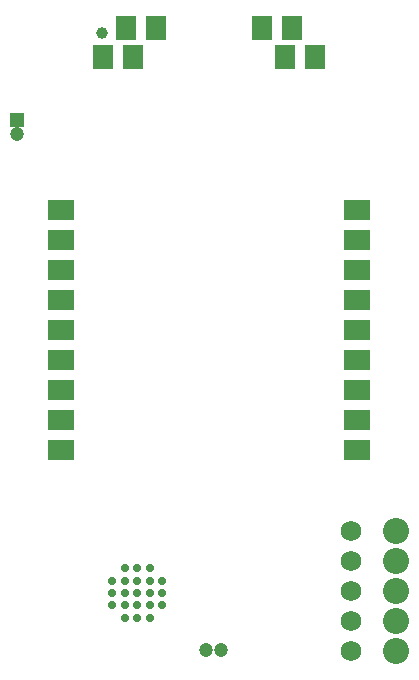
<source format=gbs>
G04*
G04 #@! TF.GenerationSoftware,Altium Limited,Altium Designer,20.0.1 (14)*
G04*
G04 Layer_Color=16711935*
%FSLAX44Y44*%
%MOMM*%
G71*
G01*
G75*
%ADD41C,1.0000*%
%ADD62C,1.2032*%
%ADD63C,0.7032*%
%ADD64R,1.2032X1.2032*%
%ADD65C,2.2032*%
%ADD66C,1.7272*%
%ADD94R,1.7032X2.0032*%
%ADD95R,2.2032X1.7032*%
D41*
X112000Y545000D02*
D03*
D62*
X212250Y22500D02*
D03*
X199750D02*
D03*
X40000Y458850D02*
D03*
D63*
X162750Y81000D02*
D03*
Y70500D02*
D03*
Y60000D02*
D03*
X152250Y49500D02*
D03*
X141750D02*
D03*
X131250D02*
D03*
X120750Y60000D02*
D03*
Y70500D02*
D03*
Y81000D02*
D03*
X131250Y91500D02*
D03*
X152250D02*
D03*
X141750D02*
D03*
X131250Y81000D02*
D03*
Y70500D02*
D03*
Y60000D02*
D03*
X152250D02*
D03*
X141750D02*
D03*
Y81000D02*
D03*
X152250D02*
D03*
Y70500D02*
D03*
X141750D02*
D03*
D64*
X40000Y471350D02*
D03*
D65*
X361000Y123250D02*
D03*
Y97850D02*
D03*
Y72450D02*
D03*
Y47050D02*
D03*
Y21650D02*
D03*
D66*
X323000Y123250D02*
D03*
Y97850D02*
D03*
Y72450D02*
D03*
Y47050D02*
D03*
Y21650D02*
D03*
D94*
X132500Y549000D02*
D03*
X112500Y524000D02*
D03*
X267100D02*
D03*
X292500D02*
D03*
X137900D02*
D03*
X157900Y549000D02*
D03*
X272500D02*
D03*
X247100D02*
D03*
D95*
X77500Y217200D02*
D03*
Y395000D02*
D03*
Y369600D02*
D03*
Y344200D02*
D03*
Y318800D02*
D03*
Y293400D02*
D03*
Y268000D02*
D03*
Y242600D02*
D03*
Y191800D02*
D03*
X327500Y395000D02*
D03*
Y369600D02*
D03*
Y344200D02*
D03*
Y318800D02*
D03*
Y293400D02*
D03*
Y268000D02*
D03*
Y242600D02*
D03*
Y217200D02*
D03*
Y191800D02*
D03*
M02*

</source>
